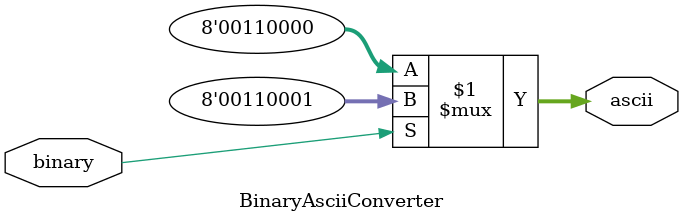
<source format=v>
`timescale 1ns / 1ps

module BinaryAsciiConverter (
		input binary,
		output [7:0] ascii
	);

	assign ascii = binary ? "1" : "0";
endmodule

</source>
